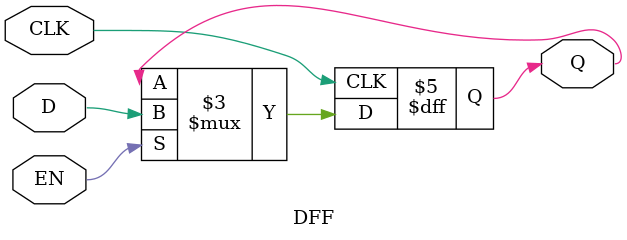
<source format=v>


module DFF(Q, D, CLK, EN);

	output reg Q;
	input D, CLK, EN;

	initial begin 
		Q = 1'b0; 
	end

	always @(posedge CLK) begin
      if(EN)
			Q <= D;
	end	
	
endmodule




</source>
